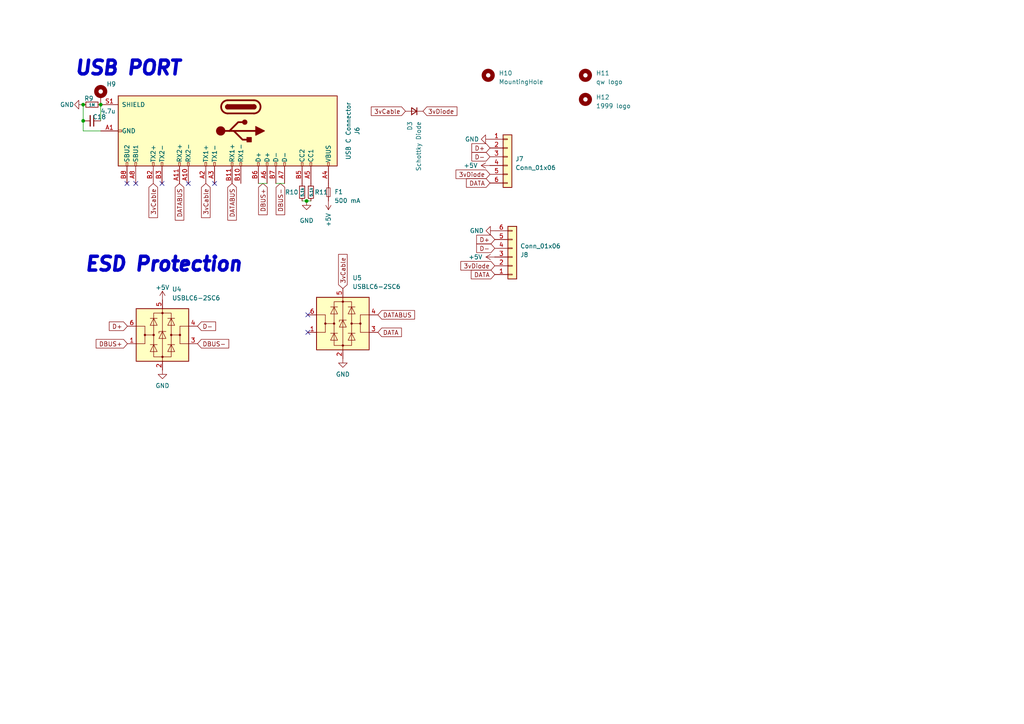
<source format=kicad_sch>
(kicad_sch (version 20230121) (generator eeschema)
  (paper "A4")
  (lib_symbols
    (symbol "Connector:USB_C_Receptacle" (pin_names (offset 1.016))
      (property "Reference" "J" (at -10.16 29.21 0))
      (property "Value" "USB_C_Receptacle" (at 10.16 29.21 0))
      (symbol "USB_C_Receptacle_0_0"
        (rectangle (start -0.254 -35.56) (end 0.254 -34.544))
        (rectangle (start 10.16 -32.766) (end 9.144 -33.274))
        (rectangle (start 10.16 -30.226) (end 9.144 -30.734))
        (rectangle (start 10.16 -25.146) (end 9.144 -25.654))
        (rectangle (start 10.16 -22.606) (end 9.144 -23.114))
        (rectangle (start 10.16 -17.526) (end 9.144 -18.034))
        (rectangle (start 10.16 -14.986) (end 9.144 -15.494))
        (rectangle (start 10.16 -9.906) (end 9.144 -10.414))
        (rectangle (start 10.16 -7.366) (end 9.144 -7.874))
        (rectangle (start 10.16 -2.286) (end 9.144 -2.794))
        (rectangle (start 10.16 0.254) (end 9.144 -0.254))
        (rectangle (start 10.16 5.334) (end 9.144 4.826))
        (rectangle (start 10.16 7.874) (end 9.144 7.366))
        (rectangle (start 10.16 10.414) (end 9.144 9.906))
        (rectangle (start 10.16 12.954) (end 9.144 12.446))
        (rectangle (start 10.16 18.034) (end 9.144 17.526))
        (rectangle (start 10.16 20.574) (end 9.144 20.066))
        (rectangle (start 10.16 25.654) (end 9.144 25.146))
      )
      (symbol "USB_C_Receptacle_0_1"
        (rectangle (start -10.16 27.94) (end 10.16 -35.56) (stroke (width 0.254)) (fill (type background)))
        (arc (start -8.89 -3.81) (mid -6.985 -5.7067) (end -5.08 -3.81) (stroke (width 0.508)))
        (arc (start -7.62 -3.81) (mid -6.985 -4.4423) (end -6.35 -3.81) (stroke (width 0.254)))
        (arc (start -7.62 -3.81) (mid -6.985 -4.4423) (end -6.35 -3.81) (stroke (width 0.254)) (fill (type outline)))
        (rectangle (start -7.62 -3.81) (end -6.35 3.81) (stroke (width 0.254)) (fill (type outline)))
        (arc (start -6.35 3.81) (mid -6.985 4.4423) (end -7.62 3.81) (stroke (width 0.254)))
        (arc (start -6.35 3.81) (mid -6.985 4.4423) (end -7.62 3.81) (stroke (width 0.254)) (fill (type outline)))
        (arc (start -5.08 3.81) (mid -6.985 5.7067) (end -8.89 3.81) (stroke (width 0.508)))
        (polyline (pts (xy -8.89 -3.81) (xy -8.89 3.81)) (stroke (width 0.508)))
        (polyline (pts (xy -5.08 3.81) (xy -5.08 -3.81)) (stroke (width 0.508)))
      )
      (symbol "USB_C_Receptacle_1_1"
        (circle (center -2.54 1.143) (radius 0.635) (stroke (width 0.254)) (fill (type outline)))
        (circle (center 0 -5.842) (radius 1.27) (fill (type outline)))
        (polyline (pts (xy 0 -5.842) (xy 0 4.318)) (stroke (width 0.508)))
        (polyline (pts (xy 0 -3.302) (xy -2.54 -0.762) (xy -2.54 0.508)) (stroke (width 0.508)))
        (polyline (pts (xy 0 -2.032) (xy 2.54 0.508) (xy 2.54 1.778)) (stroke (width 0.508)))
        (polyline (pts (xy -1.27 4.318) (xy 0 6.858) (xy 1.27 4.318) (xy -1.27 4.318)) (stroke (width 0.254)) (fill (type outline)))
        (rectangle (start 1.905 1.778) (end 3.175 3.048) (stroke (width 0.254)) (fill (type outline)))
        (pin passive line (at 0 -40.64 90) (length 5.08) (name "GND") (number "A1"))
        (pin bidirectional line (at 15.24 -15.24 180) (length 5.08) (name "RX2-") (number "A10"))
        (pin bidirectional line (at 15.24 -17.78 180) (length 5.08) (name "RX2+") (number "A11"))
        (pin passive line (at 0 -40.64 90) (length 5.08) hide (name "GND") (number "A12"))
        (pin bidirectional line (at 15.24 -10.16 180) (length 5.08) (name "TX1+") (number "A2"))
        (pin bidirectional line (at 15.24 -7.62 180) (length 5.08) (name "TX1-") (number "A3"))
        (pin passive line (at 15.24 25.4 180) (length 5.08) (name "VBUS") (number "A4"))
        (pin bidirectional line (at 15.24 20.32 180) (length 5.08) (name "CC1") (number "A5"))
        (pin bidirectional line (at 15.24 7.62 180) (length 5.08) (name "D+") (number "A6"))
        (pin bidirectional line (at 15.24 12.7 180) (length 5.08) (name "D-") (number "A7"))
        (pin bidirectional line (at 15.24 -30.48 180) (length 5.08) (name "SBU1") (number "A8"))
        (pin passive line (at 15.24 25.4 180) (length 5.08) hide (name "VBUS") (number "A9"))
        (pin passive line (at 0 -40.64 90) (length 5.08) hide (name "GND") (number "B1"))
        (pin bidirectional line (at 15.24 0 180) (length 5.08) (name "RX1-") (number "B10"))
        (pin bidirectional line (at 15.24 -2.54 180) (length 5.08) (name "RX1+") (number "B11"))
        (pin passive line (at 0 -40.64 90) (length 5.08) hide (name "GND") (number "B12"))
        (pin bidirectional line (at 15.24 -25.4 180) (length 5.08) (name "TX2+") (number "B2"))
        (pin bidirectional line (at 15.24 -22.86 180) (length 5.08) (name "TX2-") (number "B3"))
        (pin passive line (at 15.24 25.4 180) (length 5.08) hide (name "VBUS") (number "B4"))
        (pin bidirectional line (at 15.24 17.78 180) (length 5.08) (name "CC2") (number "B5"))
        (pin bidirectional line (at 15.24 5.08 180) (length 5.08) (name "D+") (number "B6"))
        (pin bidirectional line (at 15.24 10.16 180) (length 5.08) (name "D-") (number "B7"))
        (pin bidirectional line (at 15.24 -33.02 180) (length 5.08) (name "SBU2") (number "B8"))
        (pin passive line (at 15.24 25.4 180) (length 5.08) hide (name "VBUS") (number "B9"))
        (pin passive line (at -7.62 -40.64 90) (length 5.08) (name "SHIELD") (number "S1"))
      )
    )
    (symbol "Connector_Generic:Conn_01x06" (pin_names (offset 1.016) hide)
      (property "Reference" "J" (at 0 7.62 0))
      (property "Value" "Conn_01x06" (at 0 -10.16 0))
      (symbol "Conn_01x06_1_1"
        (rectangle (start -1.27 -7.493) (end 0 -7.747) (stroke (width 0.1524)))
        (rectangle (start -1.27 -4.953) (end 0 -5.207) (stroke (width 0.1524)))
        (rectangle (start -1.27 -2.413) (end 0 -2.667) (stroke (width 0.1524)))
        (rectangle (start -1.27 0.127) (end 0 -0.127) (stroke (width 0.1524)))
        (rectangle (start -1.27 2.667) (end 0 2.413) (stroke (width 0.1524)))
        (rectangle (start -1.27 5.207) (end 0 4.953) (stroke (width 0.1524)))
        (rectangle (start -1.27 6.35) (end 1.27 -8.89) (stroke (width 0.254)) (fill (type background)))
        (pin passive line (at -5.08 5.08 0) (length 3.81) (name "Pin_1") (number "1"))
        (pin passive line (at -5.08 2.54 0) (length 3.81) (name "Pin_2") (number "2"))
        (pin passive line (at -5.08 0 0) (length 3.81) (name "Pin_3") (number "3"))
        (pin passive line (at -5.08 -2.54 0) (length 3.81) (name "Pin_4") (number "4"))
        (pin passive line (at -5.08 -5.08 0) (length 3.81) (name "Pin_5") (number "5"))
        (pin passive line (at -5.08 -7.62 0) (length 3.81) (name "Pin_6") (number "6"))
      )
    )
    (symbol "Device:C_Small" (pin_numbers hide) (pin_names (offset 0.254) hide)
      (property "Reference" "C" (at 0.254 1.778 0))
      (property "Value" "C_Small" (at 0.254 -2.032 0))
      (symbol "C_Small_0_1"
        (polyline (pts (xy -1.524 -0.508) (xy 1.524 -0.508)) (stroke (width 0.3302)))
        (polyline (pts (xy -1.524 0.508) (xy 1.524 0.508)) (stroke (width 0.3048)))
      )
      (symbol "C_Small_1_1"
        (pin passive line (at 0 2.54 270) (length 2.032) (name "~") (number "1"))
        (pin passive line (at 0 -2.54 90) (length 2.032) (name "~") (number "2"))
      )
    )
    (symbol "Device:D_Small" (pin_numbers hide) (pin_names (offset 0.254) hide)
      (property "Reference" "D" (at -1.27 2.032 0))
      (property "Value" "D_Small" (at -3.81 -2.032 0))
      (symbol "D_Small_0_1"
        (polyline (pts (xy -0.762 -1.016) (xy -0.762 1.016)) (stroke (width 0.254)))
        (polyline (pts (xy -0.762 0) (xy 0.762 0)))
        (polyline (pts (xy 0.762 -1.016) (xy -0.762 0) (xy 0.762 1.016) (xy 0.762 -1.016)) (stroke (width 0.254)))
      )
      (symbol "D_Small_1_1"
        (pin passive line (at -2.54 0 0) (length 1.778) (name "K") (number "1"))
        (pin passive line (at 2.54 0 180) (length 1.778) (name "A") (number "2"))
      )
    )
    (symbol "Device:Fuse_Small" (pin_numbers hide) (pin_names (offset 0.254) hide)
      (property "Reference" "F" (at 0 -1.524 0))
      (property "Value" "Fuse_Small" (at 0 1.524 0))
      (symbol "Fuse_Small_0_1"
        (rectangle (start -1.27 0.508) (end 1.27 -0.508))
        (polyline (pts (xy -1.27 0) (xy 1.27 0)))
      )
      (symbol "Fuse_Small_1_1"
        (pin passive line (at -2.54 0 0) (length 1.27) (name "~") (number "1"))
        (pin passive line (at 2.54 0 180) (length 1.27) (name "~") (number "2"))
      )
    )
    (symbol "Device:R_Small" (pin_numbers hide) (pin_names (offset 0.254) hide)
      (property "Reference" "R" (at 0.762 0.508 0))
      (property "Value" "R_Small" (at 0.762 -1.016 0))
      (symbol "R_Small_0_1"
        (rectangle (start -0.762 1.778) (end 0.762 -1.778) (stroke (width 0.2032)))
      )
      (symbol "R_Small_1_1"
        (pin passive line (at 0 2.54 270) (length 0.762) (name "~") (number "1"))
        (pin passive line (at 0 -2.54 90) (length 0.762) (name "~") (number "2"))
      )
    )
    (symbol "GND_1" (power) (pin_names (offset 0))
      (property "Value" "GND_1" (at 0 -3.81 0))
      (symbol "GND_1_0_1"
        (polyline (pts (xy 0 0) (xy 0 -1.27) (xy 1.27 -1.27) (xy 0 -2.54) (xy -1.27 -1.27) (xy 0 -1.27)))
      )
      (symbol "GND_1_1_1"
        (pin power_in line (at 0 0 270) (length 0) hide (name "GND") (number "1"))
      )
    )
    (symbol "Mechanical:MountingHole" (pin_names (offset 1.016))
      (property "Reference" "H" (at 0 5.08 0))
      (property "Value" "MountingHole" (at 0 3.175 0))
      (symbol "MountingHole_0_1"
        (circle (center 0 0) (radius 1.27) (stroke (width 1.27)))
      )
    )
    (symbol "Mechanical:MountingHole_Pad" (pin_numbers hide) (pin_names (offset 1.016) hide)
      (property "Reference" "H" (at 0 6.35 0))
      (property "Value" "MountingHole_Pad" (at 0 4.445 0))
      (symbol "MountingHole_Pad_0_1"
        (circle (center 0 1.27) (radius 1.27) (stroke (width 1.27)))
      )
      (symbol "MountingHole_Pad_1_1"
        (pin input line (at 0 -2.54 90) (length 2.54) (name "1") (number "1"))
      )
    )
    (symbol "Power_Protection:USBLC6-2SC6" (pin_names hide)
      (property "Reference" "U" (at 2.54 8.89 0))
      (property "Value" "USBLC6-2SC6" (at 2.54 -8.89 0))
      (symbol "USBLC6-2SC6_0_1"
        (rectangle (start -7.62 -7.62) (end 7.62 7.62) (stroke (width 0.254)) (fill (type background)))
        (circle (center -5.08 0) (radius 0.254) (fill (type outline)))
        (circle (center -2.54 0) (radius 0.254) (fill (type outline)))
        (rectangle (start -2.54 6.35) (end 2.54 -6.35))
        (circle (center 0 -6.35) (radius 0.254) (fill (type outline)))
        (polyline (pts (xy -5.08 -2.54) (xy -7.62 -2.54)))
        (polyline (pts (xy -5.08 0) (xy -5.08 -2.54)))
        (polyline (pts (xy -5.08 2.54) (xy -7.62 2.54)))
        (polyline (pts (xy -1.524 -2.794) (xy -3.556 -2.794)))
        (polyline (pts (xy -1.524 4.826) (xy -3.556 4.826)))
        (polyline (pts (xy 0 -7.62) (xy 0 -6.35)))
        (polyline (pts (xy 0 -6.35) (xy 0 1.27)))
        (polyline (pts (xy 0 1.27) (xy 0 6.35)))
        (polyline (pts (xy 0 6.35) (xy 0 7.62)))
        (polyline (pts (xy 1.524 -2.794) (xy 3.556 -2.794)))
        (polyline (pts (xy 1.524 4.826) (xy 3.556 4.826)))
        (polyline (pts (xy 5.08 -2.54) (xy 7.62 -2.54)))
        (polyline (pts (xy 5.08 0) (xy 5.08 -2.54)))
        (polyline (pts (xy 5.08 2.54) (xy 7.62 2.54)))
        (polyline (pts (xy -2.54 0) (xy -5.08 0) (xy -5.08 2.54)))
        (polyline (pts (xy 2.54 0) (xy 5.08 0) (xy 5.08 2.54)))
        (polyline (pts (xy -3.556 -4.826) (xy -1.524 -4.826) (xy -2.54 -2.794) (xy -3.556 -4.826)))
        (polyline (pts (xy -3.556 2.794) (xy -1.524 2.794) (xy -2.54 4.826) (xy -3.556 2.794)))
        (polyline (pts (xy -1.016 -1.016) (xy 1.016 -1.016) (xy 0 1.016) (xy -1.016 -1.016)))
        (polyline (pts (xy 1.016 1.016) (xy 0.762 1.016) (xy -1.016 1.016) (xy -1.016 0.508)))
        (polyline (pts (xy 3.556 -4.826) (xy 1.524 -4.826) (xy 2.54 -2.794) (xy 3.556 -4.826)))
        (polyline (pts (xy 3.556 2.794) (xy 1.524 2.794) (xy 2.54 4.826) (xy 3.556 2.794)))
        (circle (center 0 6.35) (radius 0.254) (fill (type outline)))
        (circle (center 2.54 0) (radius 0.254) (fill (type outline)))
        (circle (center 5.08 0) (radius 0.254) (fill (type outline)))
      )
      (symbol "USBLC6-2SC6_1_1"
        (pin passive line (at -10.16 -2.54 0) (length 2.54) (name "I/O1") (number "1"))
        (pin passive line (at 0 -10.16 90) (length 2.54) (name "GND") (number "2"))
        (pin passive line (at 10.16 -2.54 180) (length 2.54) (name "I/O2") (number "3"))
        (pin passive line (at 10.16 2.54 180) (length 2.54) (name "I/O2") (number "4"))
        (pin passive line (at 0 10.16 270) (length 2.54) (name "VBUS") (number "5"))
        (pin passive line (at -10.16 2.54 0) (length 2.54) (name "I/O1") (number "6"))
      )
    )
    (symbol "power:+5V" (power) (pin_names (offset 0))
      (property "Value" "+5V" (at 0 3.556 0))
      (symbol "+5V_0_1"
        (polyline (pts (xy -0.762 1.27) (xy 0 2.54)))
        (polyline (pts (xy 0 0) (xy 0 2.54)))
        (polyline (pts (xy 0 2.54) (xy 0.762 1.27)))
      )
      (symbol "+5V_1_1"
        (pin power_in line (at 0 0 90) (length 0) hide (name "+5V") (number "1"))
      )
    )
    (symbol "power:GND" (power) (pin_names (offset 0))
      (property "Value" "GND" (at 0 -3.81 0))
      (symbol "GND_0_1"
        (polyline (pts (xy 0 0) (xy 0 -1.27) (xy 1.27 -1.27) (xy 0 -2.54) (xy -1.27 -1.27) (xy 0 -1.27)))
      )
      (symbol "GND_1_1"
        (pin power_in line (at 0 0 270) (length 0) hide (name "GND") (number "1"))
      )
    )
  )
  (junction (at 24.13 35.052))
  (junction (at 24.13 30.353))
  (junction (at 88.9254 58.293))
  (junction (at 29.21 30.353))
  (no_connect (at 89.281 91.313))
  (no_connect (at 39.37 53.213))
  (no_connect (at 36.83 53.213))
  (no_connect (at 62.23 53.213))
  (no_connect (at 89.281 96.393))
  (no_connect (at 46.99 53.213))
  (no_connect (at 54.61 53.213))
  (wire (pts (xy 24.13 37.973) (xy 29.21 37.973)))
  (wire (pts (xy 24.13 35.052) (xy 24.13 37.973)))
  (wire (pts (xy 87.63 58.293) (xy 88.9254 58.293)))
  (wire (pts (xy 29.21 30.353) (xy 29.21 35.052)))
  (wire (pts (xy 88.9254 58.293) (xy 90.17 58.293)))
  (wire (pts (xy 77.47 53.213) (xy 74.93 53.213)))
  (wire (pts (xy 82.55 53.213) (xy 80.01 53.213)))
  (wire (pts (xy 24.13 30.353) (xy 24.13 35.052)))
  (text "ESD Protection" (at 24.257 79.121 0) (effects (font (size 4 4) (thickness 2) bold italic) (justify left bottom)))
  (text "USB PORT" (at 21.336 22.225 0) (effects (font (size 4 4) (thickness 2) bold italic) (justify left bottom)))
  (global_label "DATA" (shape input) (at 143.51 79.629 180) (property "Intersheetrefs" "${INTERSHEET_REFS}" (effects hide)))
  (global_label "3vCable" (shape input) (at 44.45 53.213 270) (property "Intersheetrefs" "${INTERSHEET_REFS}" (effects hide)))
  (global_label "DBUS+" (shape input) (at 36.957 99.695 180) (property "Intersheetrefs" "${INTERSHEET_REFS}" (effects hide)))
  (global_label "DBUS+" (shape input) (at 76.2508 53.213 270) (property "Intersheetrefs" "${INTERSHEET_REFS}" (effects hide)))
  (global_label "DATA" (shape input) (at 142.113 53.086 180) (property "Intersheetrefs" "${INTERSHEET_REFS}" (effects hide)))
  (global_label "DATA" (shape input) (at 109.601 96.393 0) (property "Intersheetrefs" "${INTERSHEET_REFS}" (effects hide)))
  (global_label "D-" (shape input) (at 142.113 45.466 180) (property "Intersheetrefs" "${INTERSHEET_REFS}" (effects hide)))
  (global_label "D+" (shape input) (at 36.957 94.615 180) (property "Intersheetrefs" "${INTERSHEET_REFS}" (effects hide)))
  (global_label "3vCable" (shape input) (at 99.441 83.693 90) (property "Intersheetrefs" "${INTERSHEET_REFS}" (effects hide)))
  (global_label "3vCable" (shape input) (at 117.602 32.258 180) (property "Intersheetrefs" "${INTERSHEET_REFS}" (effects hide)))
  (global_label "DATABUS" (shape input) (at 52.07 53.213 270) (property "Intersheetrefs" "${INTERSHEET_REFS}" (effects hide)))
  (global_label "3vCable" (shape input) (at 59.69 53.213 270) (property "Intersheetrefs" "${INTERSHEET_REFS}" (effects hide)))
  (global_label "DBUS-" (shape input) (at 81.3308 53.213 270) (property "Intersheetrefs" "${INTERSHEET_REFS}" (effects hide)))
  (global_label "DATABUS" (shape input) (at 67.31 53.213 270) (property "Intersheetrefs" "${INTERSHEET_REFS}" (effects hide)))
  (global_label "D+" (shape input) (at 143.51 69.469 180) (property "Intersheetrefs" "${INTERSHEET_REFS}" (effects hide)))
  (global_label "D-" (shape input) (at 57.277 94.615 0) (property "Intersheetrefs" "${INTERSHEET_REFS}" (effects hide)))
  (global_label "DBUS-" (shape input) (at 57.277 99.695 0) (property "Intersheetrefs" "${INTERSHEET_REFS}" (effects hide)))
  (global_label "D-" (shape input) (at 143.51 72.009 180) (property "Intersheetrefs" "${INTERSHEET_REFS}" (effects hide)))
  (global_label "3vDiode" (shape input) (at 142.113 50.546 180) (property "Intersheetrefs" "${INTERSHEET_REFS}" (effects hide)))
  (global_label "DATABUS" (shape input) (at 109.601 91.313 0) (property "Intersheetrefs" "${INTERSHEET_REFS}" (effects hide)))
  (global_label "D+" (shape input) (at 142.113 42.926 180) (property "Intersheetrefs" "${INTERSHEET_REFS}" (effects hide)))
  (global_label "3vDiode" (shape input) (at 143.51 77.089 180) (property "Intersheetrefs" "${INTERSHEET_REFS}" (effects hide)))
  (global_label "3vDiode" (shape input) (at 122.682 32.258 0) (property "Intersheetrefs" "${INTERSHEET_REFS}" (effects hide)))
  (symbol (lib_id "Device:R_Small") (at 87.63 55.753 180) (unit 1)
    (property "Reference" "R10" (at 86.5631 55.753 0) (effects (justify left)))
    (property "Value" "5.1k" (at 87.7316 54.4322 90) (effects (font (size 0.8 0.8)) (justify left)))
    (property "Footprint" "Resistor_SMD:R_0603_1608Metric" (effects hide))
    (property "LCSC" "C25744" (effects hide))
  )
  (symbol (lib_id "power:+5V") (at 142.113 48.006 90) (unit 1)
    (property "Reference" "#PWR07" (effects hide))
    (property "Value" "+5V" (at 138.557 48.006 90) (effects (justify left)))
  )
  (symbol (lib_id "Power_Protection:USBLC6-2SC6") (at 47.117 97.155 0) (unit 1)
    (property "Reference" "U4" (at 49.8857 83.8962 0) (effects (justify left)))
    (property "Value" "USBLC6-2SC6" (at 49.8857 86.4362 0) (effects (justify left)))
    (property "Footprint" "Package_TO_SOT_SMD:SOT-23-6" (effects hide))
    (property "Datasheet" "https://www.st.com/resource/en/datasheet/usblc6-2.pdf" (effects hide))
  )
  (symbol (lib_id "power:+5V") (at 47.117 86.995 0) (unit 1)
    (property "Reference" "#PWR04" (effects hide))
    (property "Value" "+5V" (at 47.117 83.3905 0))
  )
  (symbol (lib_id "Device:R_Small") (at 90.17 55.753 0) (unit 1)
    (property "Reference" "R11" (at 91.2369 55.753 0) (effects (justify left)))
    (property "Value" "5.1k" (at 90.2716 57.0738 90) (effects (font (size 0.8 0.8)) (justify left)))
    (property "Footprint" "Resistor_SMD:R_0603_1608Metric" (effects hide))
    (property "LCSC" "C25744" (effects hide))
  )
  (symbol (lib_id "power:GND") (at 47.117 107.315 0) (unit 1)
    (property "Reference" "#PWR05" (effects hide))
    (property "Value" "GND" (at 47.117 111.8775 0))
  )
  (symbol (lib_id "Power_Protection:USBLC6-2SC6") (at 99.441 93.853 0) (unit 1)
    (property "Reference" "U5" (at 102.2097 80.5942 0) (effects (justify left)))
    (property "Value" "USBLC6-2SC6" (at 102.2097 83.1342 0) (effects (justify left)))
    (property "Footprint" "Package_TO_SOT_SMD:SOT-23-6" (effects hide))
    (property "Datasheet" "https://www.st.com/resource/en/datasheet/usblc6-2.pdf" (effects hide))
  )
  (symbol (lib_id "Mechanical:MountingHole") (at 169.799 21.844 0) (unit 1)
    (property "Reference" "H11" (at 172.847 21.209 0) (effects (justify left)))
    (property "Value" "qw logo" (at 172.847 23.749 0) (effects (justify left)))
    (property "Footprint" "qw-logo:qw new logo silk + copper sm" (effects hide))
  )
  (symbol (lib_name "GND_1") (lib_id "power:GND") (at 143.51 66.929 270) (unit 1)
    (property "Reference" "#PWR08" (effects hide))
    (property "Value" "GND" (at 140.335 66.929 90) (effects (justify right)))
  )
  (symbol (lib_name "GND_1") (lib_id "power:GND") (at 142.113 40.386 270) (unit 1)
    (property "Reference" "#PWR06" (effects hide))
    (property "Value" "GND" (at 138.938 40.386 90) (effects (justify right)))
  )
  (symbol (lib_id "Mechanical:MountingHole") (at 141.605 21.844 0) (unit 1)
    (property "Reference" "H10" (at 144.653 21.209 0) (effects (justify left)))
    (property "Value" "MountingHole" (at 144.653 23.749 0) (effects (justify left)))
    (property "Footprint" "MountingHole:MountingHole_2.2mm_M2_DIN965_Pad" (effects hide))
  )
  (symbol (lib_id "power:GND") (at 88.9254 58.293 0) (unit 1)
    (property "Reference" "#PWR02" (effects hide))
    (property "Value" "GND" (at 88.9254 63.9826 0))
  )
  (symbol (lib_id "Mechanical:MountingHole") (at 169.799 28.829 0) (unit 1)
    (property "Reference" "H12" (at 172.847 28.194 0) (effects (justify left)))
    (property "Value" "1999 logo" (at 172.847 30.734 0) (effects (justify left)))
    (property "Footprint" "1999:1999 logo md" (effects hide))
  )
  (symbol (lib_id "power:+5V") (at 95.25 58.293 180) (unit 1)
    (property "Reference" "#PWR03" (effects hide))
    (property "Value" "+5V" (at 95.2501 61.7474 90) (effects (justify left)))
  )
  (symbol (lib_id "Device:Fuse_Small") (at 95.25 55.753 270) (unit 1)
    (property "Reference" "F1" (at 96.9772 55.6514 90) (effects (justify left)))
    (property "Value" "500 mA" (at 96.9772 58.1914 90) (effects (justify left)))
    (property "Footprint" "Fuse:Fuse_1206_3216Metric" (effects hide))
  )
  (symbol (lib_id "Device:C_Small") (at 26.67 35.052 270) (unit 1)
    (property "Reference" "C18" (at 28.829 33.909 90))
    (property "Value" "4.7u" (at 31.369 32.258 90))
    (property "Footprint" "Capacitor_SMD:C_0603_1608Metric" (effects hide))
  )
  (symbol (lib_id "Device:R_Small") (at 26.67 30.353 90) (unit 1)
    (property "Reference" "R9" (at 25.781 28.575 90))
    (property "Value" "1M" (at 26.67 30.4546 90) (effects (font (size 0.8 0.8))))
    (property "Footprint" "Resistor_SMD:R_0603_1608Metric" (effects hide))
    (property "LCSC" "C25190" (effects hide))
  )
  (symbol (lib_id "power:GND") (at 99.441 104.013 0) (unit 1)
    (property "Reference" "#PWR09" (effects hide))
    (property "Value" "GND" (at 99.441 108.5755 0))
  )
  (symbol (lib_id "Mechanical:MountingHole_Pad") (at 29.21 27.813 0) (mirror y) (unit 1)
    (property "Reference" "H9" (at 33.655 24.384 0) (effects (justify left)))
    (property "Value" "MountingHole_Pad" (effects hide))
    (property "Footprint" "MountingHole:MountingHole_2.2mm_M2_DIN965_Pad" (effects hide))
  )
  (symbol (lib_id "Device:D_Small") (at 120.142 32.258 0) (mirror y) (unit 1)
    (property "Reference" "D3" (at 118.872 35.179 90) (effects (justify right)))
    (property "Value" "Schottky Diode" (at 121.412 35.179 90) (effects (justify right)))
    (property "Footprint" "Diode_SMD:D_SOD-323" (effects hide))
    (property "Sim.Device" "D" (effects hide))
    (property "Sim.Pins" "1=K 2=A" (effects hide))
    (property "LCSC" "C191023" (effects hide))
  )
  (symbol (lib_id "Connector:USB_C_Receptacle") (at 69.85 37.973 270) (unit 1)
    (property "Reference" "J6" (at 103.5812 37.973 0))
    (property "Value" "USB C Connector" (at 101.0412 37.973 0))
    (property "Footprint" "Rectangles:TYPE-C_24P_QCHT" (effects hide))
    (property "Datasheet" "https://www.usb.org/sites/default/files/documents/usb_type-c.zip" (effects hide))
    (property "LCSC" "C456013" (effects hide))
  )
  (symbol (lib_id "power:GND") (at 24.13 30.353 270) (unit 1)
    (property "Reference" "#PWR01" (effects hide))
    (property "Value" "GND" (at 17.399 30.353 90) (effects (justify left)))
  )
  (symbol (lib_id "Connector_Generic:Conn_01x06") (at 148.59 74.549 0) (mirror x) (unit 1)
    (property "Reference" "J8" (at 150.876 73.914 0) (effects (justify left)))
    (property "Value" "Conn_01x06" (at 150.876 71.374 0) (effects (justify left)))
    (property "Footprint" "Connector_JST:JST_SH_SM06B-SRSS-TB_1x06-1MP_P1.00mm_Horizontal" (effects hide))
  )
  (symbol (lib_id "power:+5V") (at 143.51 74.549 90) (unit 1)
    (property "Reference" "#PWR010" (effects hide))
    (property "Value" "+5V" (at 139.954 74.549 90) (effects (justify left)))
  )
  (symbol (lib_id "Connector_Generic:Conn_01x06") (at 147.193 45.466 0) (unit 1)
    (property "Reference" "J7" (at 149.479 46.101 0) (effects (justify left)))
    (property "Value" "Conn_01x06" (at 149.479 48.641 0) (effects (justify left)))
    (property "Footprint" "Connector_PinHeader_2.54mm:PinHeader_1x06_P2.54mm_Vertical" (effects hide))
  )
)
</source>
